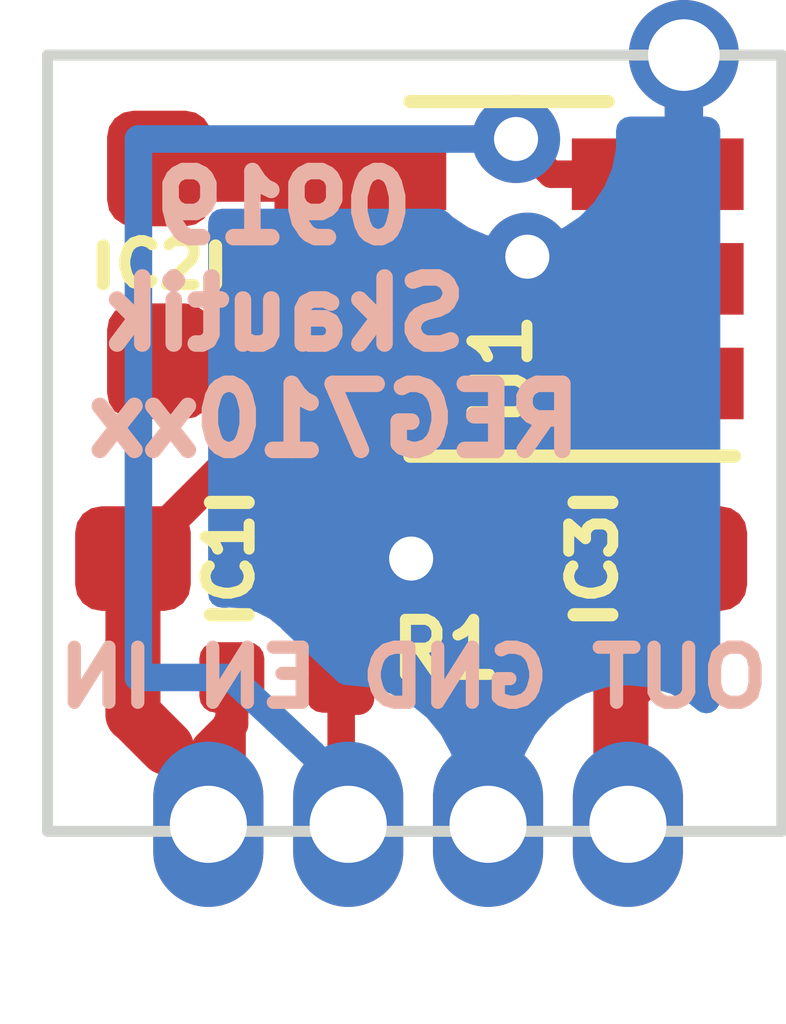
<source format=kicad_pcb>
(kicad_pcb (version 20171130) (host pcbnew "(5.1.4)-1")

  (general
    (thickness 1.6)
    (drawings 6)
    (tracks 62)
    (zones 0)
    (modules 7)
    (nets 7)
  )

  (page A4)
  (layers
    (0 F.Cu signal)
    (31 B.Cu signal)
    (32 B.Adhes user hide)
    (33 F.Adhes user hide)
    (34 B.Paste user hide)
    (35 F.Paste user hide)
    (36 B.SilkS user)
    (37 F.SilkS user)
    (38 B.Mask user)
    (39 F.Mask user)
    (40 Dwgs.User user hide)
    (41 Cmts.User user hide)
    (42 Eco1.User user hide)
    (43 Eco2.User user hide)
    (44 Edge.Cuts user)
    (45 Margin user)
    (46 B.CrtYd user)
    (47 F.CrtYd user)
    (48 B.Fab user)
    (49 F.Fab user hide)
  )

  (setup
    (last_trace_width 0.35)
    (user_trace_width 0.2)
    (user_trace_width 0.35)
    (trace_clearance 0.16)
    (zone_clearance 0.508)
    (zone_45_only no)
    (trace_min 0.2)
    (via_size 0.8)
    (via_drill 0.4)
    (via_min_size 0.508)
    (via_min_drill 0.254)
    (uvia_size 0.3)
    (uvia_drill 0.1)
    (uvias_allowed no)
    (uvia_min_size 0.2)
    (uvia_min_drill 0.1)
    (edge_width 0.05)
    (segment_width 0.2)
    (pcb_text_width 0.3)
    (pcb_text_size 1.5 1.5)
    (mod_edge_width 0.12)
    (mod_text_size 1 1)
    (mod_text_width 0.15)
    (pad_size 1 1)
    (pad_drill 0.65)
    (pad_to_mask_clearance 0.0508)
    (solder_mask_min_width 0.101)
    (aux_axis_origin 0 0)
    (visible_elements 7FFFFFFF)
    (pcbplotparams
      (layerselection 0x010fc_ffffffff)
      (usegerberextensions false)
      (usegerberattributes false)
      (usegerberadvancedattributes false)
      (creategerberjobfile false)
      (excludeedgelayer true)
      (linewidth 0.100000)
      (plotframeref false)
      (viasonmask false)
      (mode 1)
      (useauxorigin false)
      (hpglpennumber 1)
      (hpglpenspeed 20)
      (hpglpendiameter 15.000000)
      (psnegative false)
      (psa4output false)
      (plotreference true)
      (plotvalue true)
      (plotinvisibletext false)
      (padsonsilk false)
      (subtractmaskfromsilk false)
      (outputformat 1)
      (mirror false)
      (drillshape 1)
      (scaleselection 1)
      (outputdirectory ""))
  )

  (net 0 "")
  (net 1 GND)
  (net 2 "Net-(C1-Pad1)")
  (net 3 "Net-(C2-Pad1)")
  (net 4 "Net-(C2-Pad2)")
  (net 5 "Net-(C3-Pad1)")
  (net 6 "Net-(J2-Pad2)")

  (net_class Default "Toto je výchozí třída sítě."
    (clearance 0.16)
    (trace_width 0.25)
    (via_dia 0.8)
    (via_drill 0.4)
    (uvia_dia 0.3)
    (uvia_drill 0.1)
    (add_net GND)
    (add_net "Net-(C2-Pad1)")
    (add_net "Net-(C2-Pad2)")
    (add_net "Net-(C3-Pad1)")
    (add_net "Net-(J2-Pad2)")
  )

  (net_class 12 ""
    (clearance 0.16)
    (trace_width 0.3)
    (via_dia 0.8)
    (via_drill 0.4)
    (uvia_dia 0.3)
    (uvia_drill 0.1)
    (add_net "Net-(C1-Pad1)")
  )

  (module Connector_PinHeader_1.27mm:PinHeader_1x01_P1.27mm_Vertical (layer F.Cu) (tedit 5D911699) (tstamp 5D91385E)
    (at 107.3785 50.3555)
    (descr "Through hole straight pin header, 1x01, 1.27mm pitch, single row")
    (tags "Through hole pin header THT 1x01 1.27mm single row")
    (fp_text reference REF** (at 0 -1.695) (layer F.SilkS) hide
      (effects (font (size 1 1) (thickness 0.15)))
    )
    (fp_text value PinHeader_1x01_P1.27mm_Vertical (at 0 1.695) (layer F.Fab) hide
      (effects (font (size 1 1) (thickness 0.15)))
    )
    (pad 1 thru_hole circle (at 0 0.0635) (size 1 1) (drill 0.65) (layers *.Cu *.Mask)
      (net 1 GND))
    (model ${KISYS3DMOD}/Connector_PinHeader_1.27mm.3dshapes/PinHeader_1x01_P1.27mm_Vertical.wrl
      (at (xyz 0 0 0))
      (scale (xyz 1 1 1))
      (rotate (xyz 0 0 0))
    )
  )

  (module Connector_PinSocket_1.27mm:PinSocket_1x04_P1.27mm_Vertical (layer F.Cu) (tedit 5D90C4FC) (tstamp 5D90B25C)
    (at 103.0605 57.404 90)
    (descr "Through hole straight socket strip, 1x04, 1.27mm pitch, single row (from Kicad 4.0.7), script generated")
    (tags "Through hole socket strip THT 1x04 1.27mm single row")
    (path /5D8C71FE)
    (fp_text reference J2 (at 0 -2.135 90) (layer F.SilkS) hide
      (effects (font (size 1 1) (thickness 0.15)))
    )
    (fp_text value IO_EN (at 0 5.945 90) (layer F.Fab) hide
      (effects (font (size 1 1) (thickness 0.15)))
    )
    (fp_line (start -1.27 -0.635) (end 0.635 -0.635) (layer F.Fab) (width 0.1))
    (fp_line (start 0.635 -0.635) (end 1.27 0) (layer F.Fab) (width 0.1))
    (fp_line (start 1.27 0) (end 1.27 4.445) (layer F.Fab) (width 0.1))
    (fp_line (start 1.27 4.445) (end -1.27 4.445) (layer F.Fab) (width 0.1))
    (fp_line (start -1.27 4.445) (end -1.27 -0.635) (layer F.Fab) (width 0.1))
    (fp_line (start -1.8 -1.15) (end 1.75 -1.15) (layer F.CrtYd) (width 0.05))
    (fp_line (start 1.75 -1.15) (end 1.75 4.95) (layer F.CrtYd) (width 0.05))
    (fp_line (start 1.75 4.95) (end -1.8 4.95) (layer F.CrtYd) (width 0.05))
    (fp_line (start -1.8 4.95) (end -1.8 -1.15) (layer F.CrtYd) (width 0.05))
    (fp_text user %R (at 0 1.905 180) (layer F.Fab) hide
      (effects (font (size 1 1) (thickness 0.15)))
    )
    (pad 1 thru_hole oval (at 0 0 90) (size 1.5 1) (drill 0.7) (layers *.Cu *.Mask)
      (net 2 "Net-(C1-Pad1)"))
    (pad 2 thru_hole oval (at 0 1.27 90) (size 1.5 1) (drill 0.7) (layers *.Cu *.Mask)
      (net 6 "Net-(J2-Pad2)"))
    (pad 3 thru_hole oval (at 0 2.54 90) (size 1.5 1) (drill 0.7) (layers *.Cu *.Mask)
      (net 1 GND))
    (pad 4 thru_hole oval (at 0 3.81 90) (size 1.5 1) (drill 0.7) (layers *.Cu *.Mask)
      (net 5 "Net-(C3-Pad1)"))
    (model ${KISYS3DMOD}/Connector_PinSocket_1.27mm.3dshapes/PinSocket_1x04_P1.27mm_Vertical.wrl
      (at (xyz 0 0 0))
      (scale (xyz 1 1 1))
      (rotate (xyz 0 0 0))
    )
  )

  (module Resistor_SMD:R_0402_1005Metric (layer F.Cu) (tedit 5B301BBD) (tstamp 5D8E0576)
    (at 103.759 56.0705)
    (descr "Resistor SMD 0402 (1005 Metric), square (rectangular) end terminal, IPC_7351 nominal, (Body size source: http://www.tortai-tech.com/upload/download/2011102023233369053.pdf), generated with kicad-footprint-generator")
    (tags resistor)
    (path /5D8F4E46)
    (attr smd)
    (fp_text reference R1 (at 1.4605 -0.254) (layer F.SilkS)
      (effects (font (size 0.5 0.5) (thickness 0.1)))
    )
    (fp_text value R (at 0 1.17) (layer F.Fab)
      (effects (font (size 1 1) (thickness 0.15)))
    )
    (fp_text user %R (at 0 0) (layer F.Fab)
      (effects (font (size 0.25 0.25) (thickness 0.04)))
    )
    (fp_line (start 0.93 0.47) (end -0.93 0.47) (layer F.CrtYd) (width 0.05))
    (fp_line (start 0.93 -0.47) (end 0.93 0.47) (layer F.CrtYd) (width 0.05))
    (fp_line (start -0.93 -0.47) (end 0.93 -0.47) (layer F.CrtYd) (width 0.05))
    (fp_line (start -0.93 0.47) (end -0.93 -0.47) (layer F.CrtYd) (width 0.05))
    (fp_line (start 0.5 0.25) (end -0.5 0.25) (layer F.Fab) (width 0.1))
    (fp_line (start 0.5 -0.25) (end 0.5 0.25) (layer F.Fab) (width 0.1))
    (fp_line (start -0.5 -0.25) (end 0.5 -0.25) (layer F.Fab) (width 0.1))
    (fp_line (start -0.5 0.25) (end -0.5 -0.25) (layer F.Fab) (width 0.1))
    (pad 2 smd roundrect (at 0.485 0) (size 0.59 0.64) (layers F.Cu F.Paste F.Mask) (roundrect_rratio 0.25)
      (net 6 "Net-(J2-Pad2)"))
    (pad 1 smd roundrect (at -0.485 0) (size 0.59 0.64) (layers F.Cu F.Paste F.Mask) (roundrect_rratio 0.25)
      (net 2 "Net-(C1-Pad1)"))
    (model ${KISYS3DMOD}/Resistor_SMD.3dshapes/R_0402_1005Metric.wrl
      (at (xyz 0 0 0))
      (scale (xyz 1 1 1))
      (rotate (xyz 0 0 0))
    )
  )

  (module Capacitor_SMD:C_0603_1608Metric_Pad1.05x0.95mm_HandSolder (layer F.Cu) (tedit 5B301BBE) (tstamp 5D8E08FE)
    (at 103.251 54.991)
    (descr "Capacitor SMD 0603 (1608 Metric), square (rectangular) end terminal, IPC_7351 nominal with elongated pad for handsoldering. (Body size source: http://www.tortai-tech.com/upload/download/2011102023233369053.pdf), generated with kicad-footprint-generator")
    (tags "capacitor handsolder")
    (path /5D8C185C)
    (attr smd)
    (fp_text reference C1 (at 0 0 90) (layer F.SilkS)
      (effects (font (size 0.4 0.4) (thickness 0.1)))
    )
    (fp_text value 2,2µF (at 0 1.43) (layer F.Fab)
      (effects (font (size 1 1) (thickness 0.15)))
    )
    (fp_text user %R (at 0 0) (layer F.Fab)
      (effects (font (size 0.4 0.4) (thickness 0.06)))
    )
    (fp_line (start 1.65 0.73) (end -1.65 0.73) (layer F.CrtYd) (width 0.05))
    (fp_line (start 1.65 -0.73) (end 1.65 0.73) (layer F.CrtYd) (width 0.05))
    (fp_line (start -1.65 -0.73) (end 1.65 -0.73) (layer F.CrtYd) (width 0.05))
    (fp_line (start -1.65 0.73) (end -1.65 -0.73) (layer F.CrtYd) (width 0.05))
    (fp_line (start -0.171267 0.51) (end 0.171267 0.51) (layer F.SilkS) (width 0.12))
    (fp_line (start -0.171267 -0.51) (end 0.171267 -0.51) (layer F.SilkS) (width 0.12))
    (fp_line (start 0.8 0.4) (end -0.8 0.4) (layer F.Fab) (width 0.1))
    (fp_line (start 0.8 -0.4) (end 0.8 0.4) (layer F.Fab) (width 0.1))
    (fp_line (start -0.8 -0.4) (end 0.8 -0.4) (layer F.Fab) (width 0.1))
    (fp_line (start -0.8 0.4) (end -0.8 -0.4) (layer F.Fab) (width 0.1))
    (pad 2 smd roundrect (at 0.875 0) (size 1.05 0.95) (layers F.Cu F.Paste F.Mask) (roundrect_rratio 0.25)
      (net 1 GND))
    (pad 1 smd roundrect (at -0.875 0) (size 1.05 0.95) (layers F.Cu F.Paste F.Mask) (roundrect_rratio 0.25)
      (net 2 "Net-(C1-Pad1)"))
    (model ${KISYS3DMOD}/Capacitor_SMD.3dshapes/C_0603_1608Metric.wrl
      (at (xyz 0 0 0))
      (scale (xyz 1 1 1))
      (rotate (xyz 0 0 0))
    )
  )

  (module Capacitor_SMD:C_0603_1608Metric_Pad1.05x0.95mm_HandSolder (layer F.Cu) (tedit 5B301BBE) (tstamp 5D8DFF09)
    (at 102.616 52.324 90)
    (descr "Capacitor SMD 0603 (1608 Metric), square (rectangular) end terminal, IPC_7351 nominal with elongated pad for handsoldering. (Body size source: http://www.tortai-tech.com/upload/download/2011102023233369053.pdf), generated with kicad-footprint-generator")
    (tags "capacitor handsolder")
    (path /5D8C10F7)
    (attr smd)
    (fp_text reference C2 (at 0 0 180) (layer F.SilkS)
      (effects (font (size 0.4 0.4) (thickness 0.1)))
    )
    (fp_text value 0,22µF (at 0 1.43 90) (layer F.Fab)
      (effects (font (size 1 1) (thickness 0.15)))
    )
    (fp_line (start -0.8 0.4) (end -0.8 -0.4) (layer F.Fab) (width 0.1))
    (fp_line (start -0.8 -0.4) (end 0.8 -0.4) (layer F.Fab) (width 0.1))
    (fp_line (start 0.8 -0.4) (end 0.8 0.4) (layer F.Fab) (width 0.1))
    (fp_line (start 0.8 0.4) (end -0.8 0.4) (layer F.Fab) (width 0.1))
    (fp_line (start -0.171267 -0.51) (end 0.171267 -0.51) (layer F.SilkS) (width 0.12))
    (fp_line (start -0.171267 0.51) (end 0.171267 0.51) (layer F.SilkS) (width 0.12))
    (fp_line (start -1.65 0.73) (end -1.65 -0.73) (layer F.CrtYd) (width 0.05))
    (fp_line (start -1.65 -0.73) (end 1.65 -0.73) (layer F.CrtYd) (width 0.05))
    (fp_line (start 1.65 -0.73) (end 1.65 0.73) (layer F.CrtYd) (width 0.05))
    (fp_line (start 1.65 0.73) (end -1.65 0.73) (layer F.CrtYd) (width 0.05))
    (fp_text user %R (at 0 0 90) (layer F.Fab)
      (effects (font (size 0.4 0.4) (thickness 0.06)))
    )
    (pad 1 smd roundrect (at -0.875 0 90) (size 1.05 0.95) (layers F.Cu F.Paste F.Mask) (roundrect_rratio 0.25)
      (net 3 "Net-(C2-Pad1)"))
    (pad 2 smd roundrect (at 0.875 0 90) (size 1.05 0.95) (layers F.Cu F.Paste F.Mask) (roundrect_rratio 0.25)
      (net 4 "Net-(C2-Pad2)"))
    (model ${KISYS3DMOD}/Capacitor_SMD.3dshapes/C_0603_1608Metric.wrl
      (at (xyz 0 0 0))
      (scale (xyz 1 1 1))
      (rotate (xyz 0 0 0))
    )
  )

  (module Capacitor_SMD:C_0603_1608Metric_Pad1.05x0.95mm_HandSolder (layer F.Cu) (tedit 5B301BBE) (tstamp 5D8BDE48)
    (at 106.553 54.991 180)
    (descr "Capacitor SMD 0603 (1608 Metric), square (rectangular) end terminal, IPC_7351 nominal with elongated pad for handsoldering. (Body size source: http://www.tortai-tech.com/upload/download/2011102023233369053.pdf), generated with kicad-footprint-generator")
    (tags "capacitor handsolder")
    (path /5D8C213D)
    (attr smd)
    (fp_text reference C3 (at 0 0 90) (layer F.SilkS)
      (effects (font (size 0.4 0.4) (thickness 0.1)))
    )
    (fp_text value 2,2µF (at 0 1.43) (layer F.Fab)
      (effects (font (size 1 1) (thickness 0.15)))
    )
    (fp_line (start -0.8 0.4) (end -0.8 -0.4) (layer F.Fab) (width 0.1))
    (fp_line (start -0.8 -0.4) (end 0.8 -0.4) (layer F.Fab) (width 0.1))
    (fp_line (start 0.8 -0.4) (end 0.8 0.4) (layer F.Fab) (width 0.1))
    (fp_line (start 0.8 0.4) (end -0.8 0.4) (layer F.Fab) (width 0.1))
    (fp_line (start -0.171267 -0.51) (end 0.171267 -0.51) (layer F.SilkS) (width 0.12))
    (fp_line (start -0.171267 0.51) (end 0.171267 0.51) (layer F.SilkS) (width 0.12))
    (fp_line (start -1.65 0.73) (end -1.65 -0.73) (layer F.CrtYd) (width 0.05))
    (fp_line (start -1.65 -0.73) (end 1.65 -0.73) (layer F.CrtYd) (width 0.05))
    (fp_line (start 1.65 -0.73) (end 1.65 0.73) (layer F.CrtYd) (width 0.05))
    (fp_line (start 1.65 0.73) (end -1.65 0.73) (layer F.CrtYd) (width 0.05))
    (fp_text user %R (at 0 0) (layer F.Fab)
      (effects (font (size 0.4 0.4) (thickness 0.06)))
    )
    (pad 1 smd roundrect (at -0.875 0 180) (size 1.05 0.95) (layers F.Cu F.Paste F.Mask) (roundrect_rratio 0.25)
      (net 5 "Net-(C3-Pad1)"))
    (pad 2 smd roundrect (at 0.875 0 180) (size 1.05 0.95) (layers F.Cu F.Paste F.Mask) (roundrect_rratio 0.25)
      (net 1 GND))
    (model ${KISYS3DMOD}/Capacitor_SMD.3dshapes/C_0603_1608Metric.wrl
      (at (xyz 0 0 0))
      (scale (xyz 1 1 1))
      (rotate (xyz 0 0 0))
    )
  )

  (module Package_TO_SOT_SMD:SOT-23-6_Handsoldering (layer F.Cu) (tedit 5A02FF57) (tstamp 5D8DFECF)
    (at 105.791 52.451 180)
    (descr "6-pin SOT-23 package, Handsoldering")
    (tags "SOT-23-6 Handsoldering")
    (path /5D8C40A7)
    (attr smd)
    (fp_text reference U1 (at 0.0635 -0.8255 270) (layer F.SilkS)
      (effects (font (size 0.5 0.5) (thickness 0.1)))
    )
    (fp_text value REG710xx (at 0 2.9) (layer F.Fab)
      (effects (font (size 1 1) (thickness 0.15)))
    )
    (fp_text user %R (at 0 0 90) (layer F.Fab)
      (effects (font (size 0.5 0.5) (thickness 0.075)))
    )
    (fp_line (start -0.9 1.61) (end 0.9 1.61) (layer F.SilkS) (width 0.12))
    (fp_line (start 0.9 -1.61) (end -2.05 -1.61) (layer F.SilkS) (width 0.12))
    (fp_line (start -2.4 1.8) (end -2.4 -1.8) (layer F.CrtYd) (width 0.05))
    (fp_line (start 2.4 1.8) (end -2.4 1.8) (layer F.CrtYd) (width 0.05))
    (fp_line (start 2.4 -1.8) (end 2.4 1.8) (layer F.CrtYd) (width 0.05))
    (fp_line (start -2.4 -1.8) (end 2.4 -1.8) (layer F.CrtYd) (width 0.05))
    (fp_line (start -0.9 -0.9) (end -0.25 -1.55) (layer F.Fab) (width 0.1))
    (fp_line (start 0.9 -1.55) (end -0.25 -1.55) (layer F.Fab) (width 0.1))
    (fp_line (start -0.9 -0.9) (end -0.9 1.55) (layer F.Fab) (width 0.1))
    (fp_line (start 0.9 1.55) (end -0.9 1.55) (layer F.Fab) (width 0.1))
    (fp_line (start 0.9 -1.55) (end 0.9 1.55) (layer F.Fab) (width 0.1))
    (pad 1 smd rect (at -1.35 -0.95 180) (size 1.56 0.65) (layers F.Cu F.Paste F.Mask)
      (net 5 "Net-(C3-Pad1)"))
    (pad 2 smd rect (at -1.35 0 180) (size 1.56 0.65) (layers F.Cu F.Paste F.Mask)
      (net 1 GND))
    (pad 3 smd rect (at -1.35 0.95 180) (size 1.56 0.65) (layers F.Cu F.Paste F.Mask)
      (net 6 "Net-(J2-Pad2)"))
    (pad 4 smd rect (at 1.35 0.95 180) (size 1.56 0.65) (layers F.Cu F.Paste F.Mask)
      (net 4 "Net-(C2-Pad2)"))
    (pad 6 smd rect (at 1.35 -0.95 180) (size 1.56 0.65) (layers F.Cu F.Paste F.Mask)
      (net 3 "Net-(C2-Pad1)"))
    (pad 5 smd rect (at 1.35 0 180) (size 1.56 0.65) (layers F.Cu F.Paste F.Mask)
      (net 2 "Net-(C1-Pad1)"))
    (model ${KISYS3DMOD}/Package_TO_SOT_SMD.3dshapes/SOT-23-6.wrl
      (at (xyz 0 0 0))
      (scale (xyz 1 1 1))
      (rotate (xyz 0 0 0))
    )
  )

  (gr_text "   0919 \n   Skautik \nREG710xx" (at 104.2035 52.7685) (layer B.SilkS)
    (effects (font (size 0.6 0.6) (thickness 0.15)) (justify mirror))
  )
  (gr_text "OUT GND EN IN " (at 104.7115 56.0705) (layer B.SilkS)
    (effects (font (size 0.5 0.55) (thickness 0.12)) (justify mirror))
  )
  (gr_line (start 108.2675 50.419) (end 101.6 50.419) (layer Edge.Cuts) (width 0.1))
  (gr_line (start 108.2675 57.4675) (end 108.2675 50.419) (layer Edge.Cuts) (width 0.1))
  (gr_line (start 101.6 57.4675) (end 108.2675 57.4675) (layer Edge.Cuts) (width 0.1))
  (gr_line (start 101.6 50.419) (end 101.6 57.4675) (layer Edge.Cuts) (width 0.1) (tstamp 5D8DFE8B))

  (segment (start 104.117 55) (end 104.126 54.991) (width 0.25) (layer F.Cu) (net 1))
  (segment (start 105.678 54.991) (end 105.678 54.864) (width 0.25) (layer F.Cu) (net 1))
  (segment (start 105.678 54.991) (end 106.035999 54.633001) (width 0.25) (layer F.Cu) (net 1))
  (segment (start 104.126 54.991) (end 104.126 55.005) (width 0.25) (layer F.Cu) (net 1))
  (segment (start 105.678 54.991) (end 105.678 55.005) (width 0.25) (layer F.Cu) (net 1))
  (segment (start 106.111 52.451) (end 106.299 52.451) (width 0.25) (layer F.Cu) (net 1))
  (segment (start 106.035999 52.526001) (end 106.111 52.451) (width 0.25) (layer F.Cu) (net 1))
  (segment (start 106.035999 54.633001) (end 106.035999 52.526001) (width 0.25) (layer F.Cu) (net 1))
  (segment (start 104.126 54.991) (end 104.126 55.131694) (width 0.25) (layer F.Cu) (net 1))
  (segment (start 104.126 54.991) (end 104.902 54.991) (width 0.5) (layer F.Cu) (net 1))
  (segment (start 106.299 52.451) (end 107.141 52.451) (width 0.25) (layer F.Cu) (net 1) (tstamp 5D90F670))
  (segment (start 104.902 54.991) (end 105.678 54.991) (width 0.5) (layer F.Cu) (net 1) (tstamp 5D910D20))
  (via (at 104.902 54.991) (size 0.8) (drill 0.4) (layers F.Cu B.Cu) (net 1))
  (segment (start 104.502001 57.27299) (end 104.502001 57.27299) (width 0.2) (layer B.Cu) (net 6) (tstamp 5D9111C5))
  (segment (start 102.376 54.991) (end 102.376 56.40799) (width 0.5) (layer F.Cu) (net 2))
  (segment (start 104.417 56.261) (end 104.394 56.261) (width 0.3) (layer F.Cu) (net 6))
  (segment (start 102.875072 54.491928) (end 102.376 54.991) (width 0.3) (layer F.Cu) (net 2))
  (segment (start 103.16101 54.20599) (end 102.875072 54.491928) (width 0.3) (layer F.Cu) (net 2))
  (segment (start 105.299012 54.20599) (end 103.16101 54.20599) (width 0.3) (layer F.Cu) (net 2))
  (segment (start 105.531001 52.827999) (end 105.531001 53.974001) (width 0.3) (layer F.Cu) (net 2))
  (segment (start 105.531001 53.974001) (end 105.299012 54.20599) (width 0.3) (layer F.Cu) (net 2))
  (segment (start 105.154002 52.451) (end 105.531001 52.827999) (width 0.3) (layer F.Cu) (net 2))
  (segment (start 104.441 52.451) (end 105.154002 52.451) (width 0.3) (layer F.Cu) (net 2))
  (segment (start 102.867005 56.898995) (end 102.997 57.02899) (width 0.5) (layer F.Cu) (net 2))
  (segment (start 102.997 57.110288) (end 102.997 57.27099) (width 0.2) (layer F.Cu) (net 2))
  (segment (start 102.997 57.27099) (end 102.997 57.27099) (width 0.2) (layer F.Cu) (net 2) (tstamp 5D9111CF))
  (segment (start 102.564 53.401) (end 102.489 53.326) (width 0.25) (layer F.Cu) (net 3) (tstamp 5D8DFEB5))
  (segment (start 102.691 53.401) (end 102.616 53.326) (width 0.25) (layer F.Cu) (net 3) (tstamp 5D8DFEB2))
  (segment (start 104.441 53.401) (end 102.691 53.401) (width 0.5) (layer F.Cu) (net 3) (tstamp 5D8DFEAF))
  (segment (start 102.564 51.501) (end 102.489 51.576) (width 0.25) (layer F.Cu) (net 4) (tstamp 5D8DFEB8))
  (segment (start 102.691 51.501) (end 102.616 51.576) (width 0.25) (layer F.Cu) (net 4) (tstamp 5D8DFEAC))
  (segment (start 104.441 51.501) (end 102.691 51.501) (width 0.5) (layer F.Cu) (net 4) (tstamp 5D8DFEA9))
  (segment (start 107.428 53.688) (end 107.141 53.401) (width 0.25) (layer F.Cu) (net 5))
  (segment (start 107.428 54.991) (end 107.428 53.688) (width 0.5) (layer F.Cu) (net 5))
  (segment (start 106.807 56.187) (end 106.807 57.02899) (width 0.5) (layer F.Cu) (net 5))
  (segment (start 107.428 54.991) (end 107.428 55.566) (width 0.5) (layer F.Cu) (net 5))
  (segment (start 107.428 55.566) (end 106.807 56.187) (width 0.5) (layer F.Cu) (net 5))
  (segment (start 106.807 57.02899) (end 106.807 57.27099) (width 0.2) (layer F.Cu) (net 5))
  (segment (start 106.807 57.27099) (end 106.807 57.27099) (width 0.2) (layer F.Cu) (net 5) (tstamp 5D9111D1))
  (segment (start 105.537 56.831) (end 105.537 57.20799) (width 0.25) (layer F.Cu) (net 1))
  (segment (start 105.537 57.27299) (end 105.537 57.27299) (width 0.2) (layer B.Cu) (net 1) (tstamp 5D9111C3))
  (segment (start 107.3785 52.451) (end 107.3785 50.75401) (width 0.35) (layer B.Cu) (net 1))
  (segment (start 106.299 52.451) (end 107.3785 52.451) (width 0.25) (layer B.Cu) (net 1))
  (segment (start 105.6005 55.3085) (end 105.6005 56.74749) (width 0.5) (layer F.Cu) (net 1))
  (via (at 105.957038 52.249944) (size 0.8) (drill 0.4) (layers F.Cu B.Cu) (net 1))
  (segment (start 107.141 52.451) (end 106.158094 52.451) (width 0.35) (layer F.Cu) (net 1))
  (segment (start 106.158094 52.451) (end 105.957038 52.249944) (width 0.35) (layer F.Cu) (net 1))
  (segment (start 105.957038 53.935962) (end 104.902 54.991) (width 0.35) (layer B.Cu) (net 1))
  (segment (start 105.957038 52.249944) (end 105.957038 53.935962) (width 0.35) (layer B.Cu) (net 1))
  (segment (start 103.251 56.49251) (end 103.251 56.896) (width 0.3) (layer F.Cu) (net 2))
  (segment (start 103.274 56.0705) (end 103.274 56.4905) (width 0.3) (layer F.Cu) (net 2))
  (segment (start 103.274 56.4905) (end 103.0605 56.704) (width 0.3) (layer F.Cu) (net 2))
  (segment (start 102.378995 56.404995) (end 102.6795 56.7055) (width 0.5) (layer F.Cu) (net 2))
  (segment (start 104.244 57.04599) (end 104.3305 57.13249) (width 0.25) (layer F.Cu) (net 6))
  (segment (start 104.267 55.92051) (end 104.267 56.896) (width 0.25) (layer F.Cu) (net 6))
  (via (at 105.8545 51.181) (size 0.8) (drill 0.4) (layers F.Cu B.Cu) (net 6))
  (segment (start 107.141 51.501) (end 106.1745 51.501) (width 0.25) (layer F.Cu) (net 6))
  (segment (start 106.1745 51.501) (end 105.8545 51.181) (width 0.25) (layer F.Cu) (net 6))
  (segment (start 103.26851 56.0705) (end 104.013 56.769) (width 0.25) (layer B.Cu) (net 6))
  (segment (start 102.4255 56.0705) (end 103.26851 56.0705) (width 0.25) (layer B.Cu) (net 6))
  (segment (start 105.8545 51.181) (end 102.4255 51.181) (width 0.25) (layer B.Cu) (net 6))
  (segment (start 102.4255 51.181) (end 102.4255 56.0705) (width 0.25) (layer B.Cu) (net 6))

  (zone (net 1) (net_name GND) (layer B.Cu) (tstamp 5D913E0D) (hatch edge 0.508)
    (connect_pads yes (clearance 0.508))
    (min_thickness 0.254)
    (fill yes (arc_segments 32) (thermal_gap 0.508) (thermal_bridge_width 0.508))
    (polygon
      (pts
        (xy 101.783059 50.546) (xy 108.086922 50.546) (xy 108.077 57.277) (xy 101.7905 57.277)
      )
    )
    (filled_polygon
      (pts
        (xy 107.5825 56.270039) (xy 107.504123 56.205716) (xy 107.306946 56.100324) (xy 107.092998 56.035423) (xy 106.8705 56.013509)
        (xy 106.648001 56.035423) (xy 106.434053 56.100324) (xy 106.236877 56.205716) (xy 106.064051 56.347551) (xy 105.922216 56.520377)
        (xy 105.816824 56.717554) (xy 105.797123 56.7825) (xy 105.403878 56.7825) (xy 105.384176 56.717553) (xy 105.278784 56.520377)
        (xy 105.136949 56.347551) (xy 104.964123 56.205716) (xy 104.766946 56.100324) (xy 104.552998 56.035423) (xy 104.3305 56.013509)
        (xy 104.319654 56.014577) (xy 103.824606 55.550111) (xy 103.808511 55.530499) (xy 103.770134 55.499004) (xy 103.761293 55.490709)
        (xy 103.741299 55.47534) (xy 103.692786 55.435526) (xy 103.682018 55.429771) (xy 103.672343 55.422333) (xy 103.616115 55.394544)
        (xy 103.560757 55.364954) (xy 103.54907 55.361409) (xy 103.538132 55.356003) (xy 103.477564 55.339718) (xy 103.417496 55.321497)
        (xy 103.405343 55.3203) (xy 103.39356 55.317132) (xy 103.330976 55.312975) (xy 103.305843 55.3105) (xy 103.293704 55.3105)
        (xy 103.244183 55.307211) (xy 103.219034 55.3105) (xy 103.1855 55.3105) (xy 103.1855 51.941) (xy 105.150789 51.941)
        (xy 105.194726 51.984937) (xy 105.364244 52.098205) (xy 105.552602 52.176226) (xy 105.752561 52.216) (xy 105.956439 52.216)
        (xy 106.156398 52.176226) (xy 106.344756 52.098205) (xy 106.514274 51.984937) (xy 106.658437 51.840774) (xy 106.771705 51.671256)
        (xy 106.849726 51.482898) (xy 106.8895 51.282939) (xy 106.8895 51.104) (xy 107.582501 51.104)
      )
    )
  )
)

</source>
